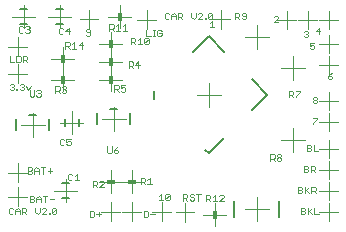
<source format=gto>
G75*
%MOIN*%
%OFA0B0*%
%FSLAX25Y25*%
%IPPOS*%
%LPD*%
%AMOC8*
5,1,8,0,0,1.08239X$1,22.5*
%
%ADD10C,0.00200*%
%ADD11R,0.01800X0.03000*%
%ADD12C,0.00000*%
%ADD13C,0.00600*%
%ADD14R,0.03000X0.01800*%
%ADD15C,0.00800*%
D10*
X0004916Y0007689D02*
X0005650Y0007689D01*
X0006017Y0008056D01*
X0006759Y0007689D02*
X0006759Y0009157D01*
X0007493Y0009891D01*
X0008227Y0009157D01*
X0008227Y0007689D01*
X0008969Y0007689D02*
X0008969Y0009891D01*
X0010070Y0009891D01*
X0010436Y0009524D01*
X0010436Y0008790D01*
X0010070Y0008423D01*
X0008969Y0008423D01*
X0009703Y0008423D02*
X0010436Y0007689D01*
X0008227Y0008790D02*
X0006759Y0008790D01*
X0006017Y0009524D02*
X0005650Y0009891D01*
X0004916Y0009891D01*
X0004549Y0009524D01*
X0004549Y0008056D01*
X0004916Y0007689D01*
X0011549Y0011689D02*
X0012650Y0011689D01*
X0013017Y0012056D01*
X0013017Y0012423D01*
X0012650Y0012790D01*
X0011549Y0012790D01*
X0011549Y0011689D02*
X0011549Y0013891D01*
X0012650Y0013891D01*
X0013017Y0013524D01*
X0013017Y0013157D01*
X0012650Y0012790D01*
X0013759Y0012790D02*
X0015227Y0012790D01*
X0015227Y0013157D02*
X0015227Y0011689D01*
X0015227Y0013157D02*
X0014493Y0013891D01*
X0013759Y0013157D01*
X0013759Y0011689D01*
X0013388Y0009891D02*
X0013388Y0008423D01*
X0014122Y0007689D01*
X0014856Y0008423D01*
X0014856Y0009891D01*
X0015598Y0009524D02*
X0015965Y0009891D01*
X0016699Y0009891D01*
X0017066Y0009524D01*
X0017066Y0009157D01*
X0015598Y0007689D01*
X0017066Y0007689D01*
X0017808Y0007689D02*
X0018175Y0007689D01*
X0018175Y0008056D01*
X0017808Y0008056D01*
X0017808Y0007689D01*
X0018913Y0008056D02*
X0020381Y0009524D01*
X0020381Y0008056D01*
X0020014Y0007689D01*
X0019280Y0007689D01*
X0018913Y0008056D01*
X0018913Y0009524D01*
X0019280Y0009891D01*
X0020014Y0009891D01*
X0020381Y0009524D01*
X0019646Y0012790D02*
X0018178Y0012790D01*
X0017436Y0013891D02*
X0015969Y0013891D01*
X0016703Y0013891D02*
X0016703Y0011689D01*
X0024249Y0019334D02*
X0024616Y0018967D01*
X0025350Y0018967D01*
X0025717Y0019334D01*
X0026459Y0018967D02*
X0027927Y0018967D01*
X0027193Y0018967D02*
X0027193Y0021168D01*
X0026459Y0020434D01*
X0025717Y0020801D02*
X0025350Y0021168D01*
X0024616Y0021168D01*
X0024249Y0020801D01*
X0024249Y0019334D01*
X0018921Y0022268D02*
X0017453Y0022268D01*
X0018187Y0023002D02*
X0018187Y0021534D01*
X0015977Y0021168D02*
X0015977Y0023369D01*
X0015243Y0023369D02*
X0016711Y0023369D01*
X0014501Y0022635D02*
X0014501Y0021168D01*
X0014501Y0022268D02*
X0013033Y0022268D01*
X0013033Y0022635D02*
X0013033Y0021168D01*
X0012291Y0021534D02*
X0011924Y0021168D01*
X0010823Y0021168D01*
X0010823Y0023369D01*
X0011924Y0023369D01*
X0012291Y0023002D01*
X0012291Y0022635D01*
X0011924Y0022268D01*
X0010823Y0022268D01*
X0011924Y0022268D02*
X0012291Y0021901D01*
X0012291Y0021534D01*
X0013033Y0022635D02*
X0013767Y0023369D01*
X0014501Y0022635D01*
X0021916Y0030689D02*
X0022650Y0030689D01*
X0023017Y0031056D01*
X0023759Y0031056D02*
X0024126Y0030689D01*
X0024860Y0030689D01*
X0025227Y0031056D01*
X0025227Y0031790D01*
X0024860Y0032157D01*
X0024493Y0032157D01*
X0023759Y0031790D01*
X0023759Y0032891D01*
X0025227Y0032891D01*
X0023017Y0032524D02*
X0022650Y0032891D01*
X0021916Y0032891D01*
X0021549Y0032524D01*
X0021549Y0031056D01*
X0021916Y0030689D01*
X0037359Y0030302D02*
X0037359Y0028468D01*
X0037726Y0028101D01*
X0038460Y0028101D01*
X0038827Y0028468D01*
X0038827Y0030302D01*
X0039569Y0029201D02*
X0040670Y0029201D01*
X0041037Y0028834D01*
X0041037Y0028468D01*
X0040670Y0028101D01*
X0039936Y0028101D01*
X0039569Y0028468D01*
X0039569Y0029201D01*
X0040303Y0029935D01*
X0041037Y0030302D01*
X0048549Y0019891D02*
X0049650Y0019891D01*
X0050017Y0019524D01*
X0050017Y0018790D01*
X0049650Y0018423D01*
X0048549Y0018423D01*
X0049283Y0018423D02*
X0050017Y0017689D01*
X0050759Y0017689D02*
X0052227Y0017689D01*
X0051493Y0017689D02*
X0051493Y0019891D01*
X0050759Y0019157D01*
X0048549Y0019891D02*
X0048549Y0017689D01*
X0054515Y0013847D02*
X0055249Y0014581D01*
X0055249Y0012379D01*
X0054515Y0012379D02*
X0055983Y0012379D01*
X0056725Y0012746D02*
X0058193Y0014214D01*
X0058193Y0012746D01*
X0057826Y0012379D01*
X0057092Y0012379D01*
X0056725Y0012746D01*
X0056725Y0014214D01*
X0057092Y0014581D01*
X0057826Y0014581D01*
X0058193Y0014214D01*
X0062605Y0014454D02*
X0062605Y0012252D01*
X0062605Y0012986D02*
X0063706Y0012986D01*
X0064073Y0013353D01*
X0064073Y0014087D01*
X0063706Y0014454D01*
X0062605Y0014454D01*
X0063339Y0012986D02*
X0064073Y0012252D01*
X0064815Y0012619D02*
X0065182Y0012252D01*
X0065916Y0012252D01*
X0066283Y0012619D01*
X0066283Y0012986D01*
X0065916Y0013353D01*
X0065182Y0013353D01*
X0064815Y0013720D01*
X0064815Y0014087D01*
X0065182Y0014454D01*
X0065916Y0014454D01*
X0066283Y0014087D01*
X0067025Y0014454D02*
X0068492Y0014454D01*
X0067758Y0014454D02*
X0067758Y0012252D01*
X0070264Y0012065D02*
X0070264Y0014267D01*
X0071365Y0014267D01*
X0071732Y0013900D01*
X0071732Y0013166D01*
X0071365Y0012799D01*
X0070264Y0012799D01*
X0070998Y0012799D02*
X0071732Y0012065D01*
X0072474Y0012065D02*
X0073942Y0012065D01*
X0073208Y0012065D02*
X0073208Y0014267D01*
X0072474Y0013533D01*
X0074684Y0013900D02*
X0075051Y0014267D01*
X0075785Y0014267D01*
X0076152Y0013900D01*
X0076152Y0013533D01*
X0074684Y0012065D01*
X0076152Y0012065D01*
X0091735Y0025530D02*
X0091735Y0027732D01*
X0092836Y0027732D01*
X0093203Y0027365D01*
X0093203Y0026631D01*
X0092836Y0026264D01*
X0091735Y0026264D01*
X0092469Y0026264D02*
X0093203Y0025530D01*
X0093945Y0025897D02*
X0094312Y0025530D01*
X0095046Y0025530D01*
X0095413Y0025897D01*
X0095413Y0026264D01*
X0095046Y0026631D01*
X0094312Y0026631D01*
X0093945Y0026998D01*
X0093945Y0027365D01*
X0094312Y0027732D01*
X0095046Y0027732D01*
X0095413Y0027365D01*
X0095413Y0026998D01*
X0095046Y0026631D01*
X0094312Y0026631D02*
X0093945Y0026264D01*
X0093945Y0025897D01*
X0102956Y0023823D02*
X0102956Y0021621D01*
X0104057Y0021621D01*
X0104424Y0021988D01*
X0104424Y0022355D01*
X0104057Y0022722D01*
X0102956Y0022722D01*
X0102956Y0023823D02*
X0104057Y0023823D01*
X0104424Y0023456D01*
X0104424Y0023089D01*
X0104057Y0022722D01*
X0105166Y0022355D02*
X0106267Y0022355D01*
X0106634Y0022722D01*
X0106634Y0023456D01*
X0106267Y0023823D01*
X0105166Y0023823D01*
X0105166Y0021621D01*
X0105900Y0022355D02*
X0106634Y0021621D01*
X0106477Y0016823D02*
X0106844Y0016456D01*
X0106844Y0015722D01*
X0106477Y0015355D01*
X0105376Y0015355D01*
X0105376Y0014621D02*
X0105376Y0016823D01*
X0106477Y0016823D01*
X0106110Y0015355D02*
X0106844Y0014621D01*
X0104634Y0014621D02*
X0103533Y0015722D01*
X0103166Y0015355D02*
X0104634Y0016823D01*
X0103166Y0016823D02*
X0103166Y0014621D01*
X0102424Y0014988D02*
X0102057Y0014621D01*
X0100956Y0014621D01*
X0100956Y0016823D01*
X0102057Y0016823D01*
X0102424Y0016456D01*
X0102424Y0016089D01*
X0102057Y0015722D01*
X0100956Y0015722D01*
X0102057Y0015722D02*
X0102424Y0015355D01*
X0102424Y0014988D01*
X0101956Y0009823D02*
X0103057Y0009823D01*
X0103424Y0009456D01*
X0103424Y0009089D01*
X0103057Y0008722D01*
X0101956Y0008722D01*
X0101956Y0007621D02*
X0103057Y0007621D01*
X0103424Y0007988D01*
X0103424Y0008355D01*
X0103057Y0008722D01*
X0104166Y0008355D02*
X0105634Y0009823D01*
X0106376Y0009823D02*
X0106376Y0007621D01*
X0107844Y0007621D01*
X0105634Y0007621D02*
X0104533Y0008722D01*
X0104166Y0009823D02*
X0104166Y0007621D01*
X0101956Y0007621D02*
X0101956Y0009823D01*
X0103956Y0028621D02*
X0105057Y0028621D01*
X0105424Y0028988D01*
X0105424Y0029355D01*
X0105057Y0029722D01*
X0103956Y0029722D01*
X0103956Y0028621D02*
X0103956Y0030823D01*
X0105057Y0030823D01*
X0105424Y0030456D01*
X0105424Y0030089D01*
X0105057Y0029722D01*
X0106166Y0030823D02*
X0106166Y0028621D01*
X0107634Y0028621D01*
X0105956Y0037621D02*
X0105956Y0037988D01*
X0107424Y0039456D01*
X0107424Y0039823D01*
X0105956Y0039823D01*
X0106323Y0044621D02*
X0105956Y0044988D01*
X0105956Y0045355D01*
X0106323Y0045722D01*
X0107057Y0045722D01*
X0107424Y0045355D01*
X0107424Y0044988D01*
X0107057Y0044621D01*
X0106323Y0044621D01*
X0106323Y0045722D02*
X0105956Y0046089D01*
X0105956Y0046456D01*
X0106323Y0046823D01*
X0107057Y0046823D01*
X0107424Y0046456D01*
X0107424Y0046089D01*
X0107057Y0045722D01*
X0101634Y0048456D02*
X0100166Y0046988D01*
X0100166Y0046621D01*
X0099424Y0046621D02*
X0098690Y0047355D01*
X0099057Y0047355D02*
X0097956Y0047355D01*
X0097956Y0046621D02*
X0097956Y0048823D01*
X0099057Y0048823D01*
X0099424Y0048456D01*
X0099424Y0047722D01*
X0099057Y0047355D01*
X0100166Y0048823D02*
X0101634Y0048823D01*
X0101634Y0048456D01*
X0110956Y0052988D02*
X0111323Y0052621D01*
X0112057Y0052621D01*
X0112424Y0052988D01*
X0112424Y0053355D01*
X0112057Y0053722D01*
X0110956Y0053722D01*
X0110956Y0052988D01*
X0110956Y0053722D02*
X0111690Y0054456D01*
X0112424Y0054823D01*
X0106057Y0062621D02*
X0105323Y0062621D01*
X0104956Y0062988D01*
X0104956Y0063722D02*
X0105690Y0064089D01*
X0106057Y0064089D01*
X0106424Y0063722D01*
X0106424Y0062988D01*
X0106057Y0062621D01*
X0104956Y0063722D02*
X0104956Y0064823D01*
X0106424Y0064823D01*
X0104424Y0066988D02*
X0104057Y0066621D01*
X0103323Y0066621D01*
X0102956Y0066988D01*
X0103690Y0067722D02*
X0104057Y0067722D01*
X0104424Y0067355D01*
X0104424Y0066988D01*
X0104057Y0067722D02*
X0104424Y0068089D01*
X0104424Y0068456D01*
X0104057Y0068823D01*
X0103323Y0068823D01*
X0102956Y0068456D01*
X0106956Y0068722D02*
X0108424Y0068722D01*
X0108057Y0067621D02*
X0108057Y0069823D01*
X0106956Y0068722D01*
X0094424Y0071621D02*
X0092956Y0071621D01*
X0094424Y0073089D01*
X0094424Y0073456D01*
X0094057Y0073823D01*
X0093323Y0073823D01*
X0092956Y0073456D01*
X0083634Y0073722D02*
X0082533Y0073722D01*
X0082166Y0074089D01*
X0082166Y0074456D01*
X0082533Y0074823D01*
X0083267Y0074823D01*
X0083634Y0074456D01*
X0083634Y0072988D01*
X0083267Y0072621D01*
X0082533Y0072621D01*
X0082166Y0072988D01*
X0081424Y0072621D02*
X0080690Y0073355D01*
X0081057Y0073355D02*
X0079956Y0073355D01*
X0079956Y0072621D02*
X0079956Y0074823D01*
X0081057Y0074823D01*
X0081424Y0074456D01*
X0081424Y0073722D01*
X0081057Y0073355D01*
X0072381Y0073056D02*
X0072014Y0072689D01*
X0071280Y0072689D01*
X0070913Y0073056D01*
X0072381Y0074524D01*
X0072381Y0073056D01*
X0072203Y0072178D02*
X0072203Y0069976D01*
X0071469Y0069976D02*
X0072937Y0069976D01*
X0071469Y0071444D02*
X0072203Y0072178D01*
X0070913Y0073056D02*
X0070913Y0074524D01*
X0071280Y0074891D01*
X0072014Y0074891D01*
X0072381Y0074524D01*
X0070175Y0073056D02*
X0070175Y0072689D01*
X0069808Y0072689D01*
X0069808Y0073056D01*
X0070175Y0073056D01*
X0069066Y0072689D02*
X0067598Y0072689D01*
X0069066Y0074157D01*
X0069066Y0074524D01*
X0068699Y0074891D01*
X0067965Y0074891D01*
X0067598Y0074524D01*
X0066856Y0074891D02*
X0066856Y0073423D01*
X0066122Y0072689D01*
X0065388Y0073423D01*
X0065388Y0074891D01*
X0062436Y0074524D02*
X0062436Y0073790D01*
X0062070Y0073423D01*
X0060969Y0073423D01*
X0061703Y0073423D02*
X0062436Y0072689D01*
X0060969Y0072689D02*
X0060969Y0074891D01*
X0062070Y0074891D01*
X0062436Y0074524D01*
X0060227Y0074157D02*
X0060227Y0072689D01*
X0060227Y0073790D02*
X0058759Y0073790D01*
X0058759Y0074157D02*
X0059493Y0074891D01*
X0060227Y0074157D01*
X0058759Y0074157D02*
X0058759Y0072689D01*
X0058017Y0073056D02*
X0057650Y0072689D01*
X0056916Y0072689D01*
X0056549Y0073056D01*
X0056549Y0074524D01*
X0056916Y0074891D01*
X0057650Y0074891D01*
X0058017Y0074524D01*
X0055098Y0069267D02*
X0054364Y0069267D01*
X0053997Y0068900D01*
X0053997Y0067432D01*
X0054364Y0067065D01*
X0055098Y0067065D01*
X0055465Y0067432D01*
X0055465Y0068166D01*
X0054731Y0068166D01*
X0055465Y0068900D02*
X0055098Y0069267D01*
X0053257Y0069267D02*
X0052523Y0069267D01*
X0052890Y0069267D02*
X0052890Y0067065D01*
X0052523Y0067065D02*
X0053257Y0067065D01*
X0051781Y0067065D02*
X0050314Y0067065D01*
X0050314Y0069267D01*
X0050043Y0066591D02*
X0050777Y0066591D01*
X0051144Y0066224D01*
X0049676Y0064756D01*
X0050043Y0064389D01*
X0050777Y0064389D01*
X0051144Y0064756D01*
X0051144Y0066224D01*
X0050043Y0066591D02*
X0049676Y0066224D01*
X0049676Y0064756D01*
X0048934Y0064389D02*
X0047467Y0064389D01*
X0048200Y0064389D02*
X0048200Y0066591D01*
X0047467Y0065857D01*
X0046725Y0066224D02*
X0046725Y0065490D01*
X0046358Y0065123D01*
X0045257Y0065123D01*
X0045991Y0065123D02*
X0046725Y0064389D01*
X0045257Y0064389D02*
X0045257Y0066591D01*
X0046358Y0066591D01*
X0046725Y0066224D01*
X0043939Y0068871D02*
X0042471Y0068871D01*
X0043205Y0068871D02*
X0043205Y0071073D01*
X0042471Y0070339D01*
X0041729Y0068871D02*
X0040262Y0068871D01*
X0040995Y0068871D02*
X0040995Y0071073D01*
X0040262Y0070339D01*
X0039520Y0070706D02*
X0039520Y0069972D01*
X0039153Y0069605D01*
X0038052Y0069605D01*
X0038786Y0069605D02*
X0039520Y0068871D01*
X0038052Y0068871D02*
X0038052Y0071073D01*
X0039153Y0071073D01*
X0039520Y0070706D01*
X0031753Y0069027D02*
X0031386Y0069394D01*
X0030652Y0069394D01*
X0030285Y0069027D01*
X0030285Y0068660D01*
X0030652Y0068293D01*
X0031753Y0068293D01*
X0031753Y0067559D02*
X0031753Y0069027D01*
X0031753Y0067559D02*
X0031386Y0067192D01*
X0030652Y0067192D01*
X0030285Y0067559D01*
X0028893Y0065099D02*
X0027792Y0063998D01*
X0029260Y0063998D01*
X0028893Y0062897D02*
X0028893Y0065099D01*
X0026316Y0065099D02*
X0026316Y0062897D01*
X0025582Y0062897D02*
X0027050Y0062897D01*
X0025582Y0064365D02*
X0026316Y0065099D01*
X0024840Y0064732D02*
X0024840Y0063998D01*
X0024473Y0063631D01*
X0023372Y0063631D01*
X0023372Y0062897D02*
X0023372Y0065099D01*
X0024473Y0065099D01*
X0024840Y0064732D01*
X0024106Y0063631D02*
X0024840Y0062897D01*
X0024523Y0067727D02*
X0024523Y0069929D01*
X0023422Y0068828D01*
X0024890Y0068828D01*
X0022680Y0069562D02*
X0022313Y0069929D01*
X0021579Y0069929D01*
X0021212Y0069562D01*
X0021212Y0068094D01*
X0021579Y0067727D01*
X0022313Y0067727D01*
X0022680Y0068094D01*
X0011472Y0068585D02*
X0011105Y0068219D01*
X0010371Y0068219D01*
X0010004Y0068585D01*
X0009262Y0068585D02*
X0008895Y0068219D01*
X0008161Y0068219D01*
X0007794Y0068585D01*
X0007794Y0070053D01*
X0008161Y0070420D01*
X0008895Y0070420D01*
X0009262Y0070053D01*
X0010004Y0070053D02*
X0010371Y0070420D01*
X0011105Y0070420D01*
X0011472Y0070053D01*
X0011472Y0069686D01*
X0011105Y0069319D01*
X0011472Y0068952D01*
X0011472Y0068585D01*
X0011105Y0069319D02*
X0010738Y0069319D01*
X0010344Y0060524D02*
X0010711Y0060157D01*
X0010711Y0059423D01*
X0010344Y0059056D01*
X0009243Y0059056D01*
X0009977Y0059056D02*
X0010711Y0058322D01*
X0009243Y0058322D02*
X0009243Y0060524D01*
X0010344Y0060524D01*
X0008501Y0060157D02*
X0008134Y0060524D01*
X0007033Y0060524D01*
X0007033Y0058322D01*
X0008134Y0058322D01*
X0008501Y0058689D01*
X0008501Y0060157D01*
X0006291Y0058322D02*
X0004823Y0058322D01*
X0004823Y0060524D01*
X0005190Y0051246D02*
X0005924Y0051246D01*
X0006291Y0050879D01*
X0006291Y0050512D01*
X0005924Y0050145D01*
X0006291Y0049778D01*
X0006291Y0049411D01*
X0005924Y0049044D01*
X0005190Y0049044D01*
X0004823Y0049411D01*
X0005557Y0050145D02*
X0005924Y0050145D01*
X0004823Y0050879D02*
X0005190Y0051246D01*
X0007033Y0049411D02*
X0007400Y0049411D01*
X0007400Y0049044D01*
X0007033Y0049044D01*
X0007033Y0049411D01*
X0008138Y0049411D02*
X0008505Y0049044D01*
X0009239Y0049044D01*
X0009606Y0049411D01*
X0009606Y0049778D01*
X0009239Y0050145D01*
X0008872Y0050145D01*
X0009239Y0050145D02*
X0009606Y0050512D01*
X0009606Y0050879D01*
X0009239Y0051246D01*
X0008505Y0051246D01*
X0008138Y0050879D01*
X0010348Y0050512D02*
X0011082Y0049044D01*
X0011816Y0050512D01*
X0011495Y0049112D02*
X0011495Y0047277D01*
X0011862Y0046910D01*
X0012596Y0046910D01*
X0012963Y0047277D01*
X0012963Y0049112D01*
X0013705Y0048745D02*
X0014072Y0049112D01*
X0014806Y0049112D01*
X0015173Y0048745D01*
X0015173Y0048378D01*
X0014806Y0048011D01*
X0015173Y0047644D01*
X0015173Y0047277D01*
X0014806Y0046910D01*
X0014072Y0046910D01*
X0013705Y0047277D01*
X0014439Y0048011D02*
X0014806Y0048011D01*
X0020069Y0048188D02*
X0020069Y0050390D01*
X0021170Y0050390D01*
X0021537Y0050023D01*
X0021537Y0049289D01*
X0021170Y0048922D01*
X0020069Y0048922D01*
X0020803Y0048922D02*
X0021537Y0048188D01*
X0022279Y0048555D02*
X0022646Y0048188D01*
X0023380Y0048188D01*
X0023747Y0048555D01*
X0023747Y0048922D01*
X0023380Y0049289D01*
X0023013Y0049289D01*
X0023380Y0049289D02*
X0023747Y0049656D01*
X0023747Y0050023D01*
X0023380Y0050390D01*
X0022646Y0050390D01*
X0022279Y0050023D01*
X0039679Y0050754D02*
X0040780Y0050754D01*
X0041147Y0050387D01*
X0041147Y0049654D01*
X0040780Y0049287D01*
X0039679Y0049287D01*
X0040413Y0049287D02*
X0041147Y0048553D01*
X0041889Y0048920D02*
X0042256Y0048553D01*
X0042990Y0048553D01*
X0043357Y0048920D01*
X0043357Y0049654D01*
X0042990Y0050021D01*
X0042623Y0050021D01*
X0041889Y0049654D01*
X0041889Y0050754D01*
X0043357Y0050754D01*
X0039679Y0050754D02*
X0039679Y0048553D01*
X0044462Y0056416D02*
X0044462Y0058617D01*
X0045563Y0058617D01*
X0045930Y0058251D01*
X0045930Y0057517D01*
X0045563Y0057150D01*
X0044462Y0057150D01*
X0045196Y0057150D02*
X0045930Y0056416D01*
X0046671Y0057517D02*
X0047772Y0058617D01*
X0047772Y0056416D01*
X0048139Y0057517D02*
X0046671Y0057517D01*
X0035860Y0018891D02*
X0035126Y0018891D01*
X0034759Y0018524D01*
X0034017Y0018524D02*
X0034017Y0017790D01*
X0033650Y0017423D01*
X0032549Y0017423D01*
X0033283Y0017423D02*
X0034017Y0016689D01*
X0034759Y0016689D02*
X0036227Y0018157D01*
X0036227Y0018524D01*
X0035860Y0018891D01*
X0034017Y0018524D02*
X0033650Y0018891D01*
X0032549Y0018891D01*
X0032549Y0016689D01*
X0034759Y0016689D02*
X0036227Y0016689D01*
X0034493Y0008524D02*
X0034493Y0007056D01*
X0033759Y0007790D02*
X0035227Y0007790D01*
X0033017Y0008524D02*
X0032650Y0008891D01*
X0031549Y0008891D01*
X0031549Y0006689D01*
X0032650Y0006689D01*
X0033017Y0007056D01*
X0033017Y0008524D01*
X0049549Y0008891D02*
X0050650Y0008891D01*
X0051017Y0008524D01*
X0051017Y0007056D01*
X0050650Y0006689D01*
X0049549Y0006689D01*
X0049549Y0008891D01*
X0051759Y0007790D02*
X0053227Y0007790D01*
D11*
X0073121Y0007500D03*
X0038449Y0052589D03*
X0038449Y0058589D03*
X0038449Y0064589D03*
X0041449Y0073589D03*
X0022449Y0059589D03*
X0022449Y0052589D03*
D12*
X0022449Y0055711D02*
X0022449Y0063467D01*
X0018571Y0059589D02*
X0026327Y0059589D01*
X0022449Y0056467D02*
X0022449Y0048711D01*
X0018571Y0052589D02*
X0026327Y0052589D01*
X0034571Y0052589D02*
X0042327Y0052589D01*
X0038449Y0054711D02*
X0038449Y0062467D01*
X0038449Y0060711D02*
X0038449Y0068467D01*
X0041449Y0069711D02*
X0041449Y0077467D01*
X0037571Y0073589D02*
X0045327Y0073589D01*
X0047355Y0072589D02*
X0053543Y0072589D01*
X0050449Y0069495D02*
X0050449Y0075683D01*
X0042327Y0064589D02*
X0034571Y0064589D01*
X0031318Y0069672D02*
X0031318Y0075861D01*
X0028223Y0072766D02*
X0034412Y0072766D01*
X0025222Y0073589D02*
X0017676Y0073589D01*
X0013222Y0073589D02*
X0005676Y0073589D01*
X0009449Y0069816D02*
X0009449Y0077362D01*
X0021449Y0077362D02*
X0021449Y0069816D01*
X0010543Y0063589D02*
X0004355Y0063589D01*
X0007449Y0060495D02*
X0007449Y0066683D01*
X0007449Y0057683D02*
X0007449Y0051495D01*
X0004355Y0054589D02*
X0010543Y0054589D01*
X0025518Y0041942D02*
X0025518Y0034396D01*
X0021745Y0038169D02*
X0029290Y0038169D01*
X0035449Y0039589D02*
X0043449Y0039589D01*
X0039449Y0035589D02*
X0039449Y0043589D01*
X0038449Y0048711D02*
X0038449Y0056467D01*
X0034571Y0058589D02*
X0042327Y0058589D01*
X0067121Y0047500D02*
X0075121Y0047500D01*
X0071121Y0043500D02*
X0071121Y0051500D01*
X0083375Y0066881D02*
X0091375Y0066881D01*
X0087375Y0062881D02*
X0087375Y0070881D01*
X0094027Y0072500D02*
X0100215Y0072500D01*
X0101027Y0072500D02*
X0107215Y0072500D01*
X0108027Y0072500D02*
X0114215Y0072500D01*
X0111121Y0069406D02*
X0111121Y0075594D01*
X0104121Y0075594D02*
X0104121Y0069406D01*
X0108027Y0064500D02*
X0114215Y0064500D01*
X0111121Y0061406D02*
X0111121Y0067594D01*
X0111121Y0060594D02*
X0111121Y0054406D01*
X0108027Y0057500D02*
X0114215Y0057500D01*
X0111121Y0048594D02*
X0111121Y0042406D01*
X0111121Y0041594D02*
X0111121Y0035406D01*
X0111121Y0032594D02*
X0111121Y0026406D01*
X0111121Y0025594D02*
X0111121Y0019406D01*
X0111121Y0018594D02*
X0111121Y0012406D01*
X0111121Y0011594D02*
X0111121Y0005406D01*
X0108027Y0008500D02*
X0114215Y0008500D01*
X0114215Y0015500D02*
X0108027Y0015500D01*
X0108027Y0022500D02*
X0114215Y0022500D01*
X0114215Y0029500D02*
X0108027Y0029500D01*
X0103121Y0032500D02*
X0095121Y0032500D01*
X0099121Y0028500D02*
X0099121Y0036500D01*
X0108027Y0038500D02*
X0114215Y0038500D01*
X0114215Y0045500D02*
X0108027Y0045500D01*
X0099248Y0052500D02*
X0099248Y0060500D01*
X0095248Y0056500D02*
X0103248Y0056500D01*
X0097121Y0069406D02*
X0097121Y0075594D01*
X0078402Y0072628D02*
X0072214Y0072628D01*
X0075308Y0069534D02*
X0075308Y0075722D01*
X0016449Y0037589D02*
X0008449Y0037589D01*
X0012449Y0033589D02*
X0012449Y0041589D01*
X0007449Y0024683D02*
X0007449Y0018495D01*
X0007449Y0016683D02*
X0007449Y0010495D01*
X0004355Y0013589D02*
X0010543Y0013589D01*
X0010543Y0021589D02*
X0004355Y0021589D01*
X0019676Y0015589D02*
X0027222Y0015589D01*
X0023449Y0011816D02*
X0023449Y0019362D01*
X0034571Y0018589D02*
X0042327Y0018589D01*
X0041571Y0018589D02*
X0049327Y0018589D01*
X0045449Y0014711D02*
X0045449Y0022467D01*
X0038449Y0022467D02*
X0038449Y0014711D01*
X0038449Y0011683D02*
X0038449Y0005495D01*
X0035355Y0008589D02*
X0041543Y0008589D01*
X0042355Y0008589D02*
X0048543Y0008589D01*
X0052355Y0008589D02*
X0058543Y0008589D01*
X0060133Y0008288D02*
X0066321Y0008288D01*
X0069243Y0007500D02*
X0076999Y0007500D01*
X0073121Y0003622D02*
X0073121Y0011378D01*
X0063227Y0011383D02*
X0063227Y0005194D01*
X0055449Y0005495D02*
X0055449Y0011683D01*
X0045449Y0011683D02*
X0045449Y0005495D01*
X0083121Y0009500D02*
X0091121Y0009500D01*
X0087121Y0005500D02*
X0087121Y0013500D01*
D13*
X0027880Y0036988D02*
X0027880Y0039350D01*
X0023155Y0039350D02*
X0023155Y0036988D01*
X0022268Y0017951D02*
X0024630Y0017951D01*
X0024630Y0013227D02*
X0022268Y0013227D01*
X0022630Y0071227D02*
X0020268Y0071227D01*
X0020268Y0075951D02*
X0022630Y0075951D01*
X0010630Y0075951D02*
X0008268Y0075951D01*
X0008268Y0071227D02*
X0010630Y0071227D01*
D14*
X0038449Y0018589D03*
X0045449Y0018589D03*
D15*
X0045049Y0037898D02*
X0045049Y0041279D01*
X0040506Y0042779D02*
X0038392Y0042779D01*
X0033849Y0041279D02*
X0033849Y0037898D01*
X0018049Y0039279D02*
X0018049Y0035898D01*
X0013506Y0040779D02*
X0011392Y0040779D01*
X0006849Y0039279D02*
X0006849Y0035898D01*
X0053026Y0046108D02*
X0053026Y0048892D01*
X0065971Y0061837D02*
X0071121Y0066987D01*
X0076271Y0061837D01*
X0085458Y0052650D02*
X0090608Y0047500D01*
X0085458Y0042350D01*
X0076271Y0033163D02*
X0071121Y0028013D01*
X0070008Y0029126D01*
X0079755Y0012019D02*
X0079755Y0006901D01*
X0094518Y0006901D02*
X0094518Y0012019D01*
M02*

</source>
